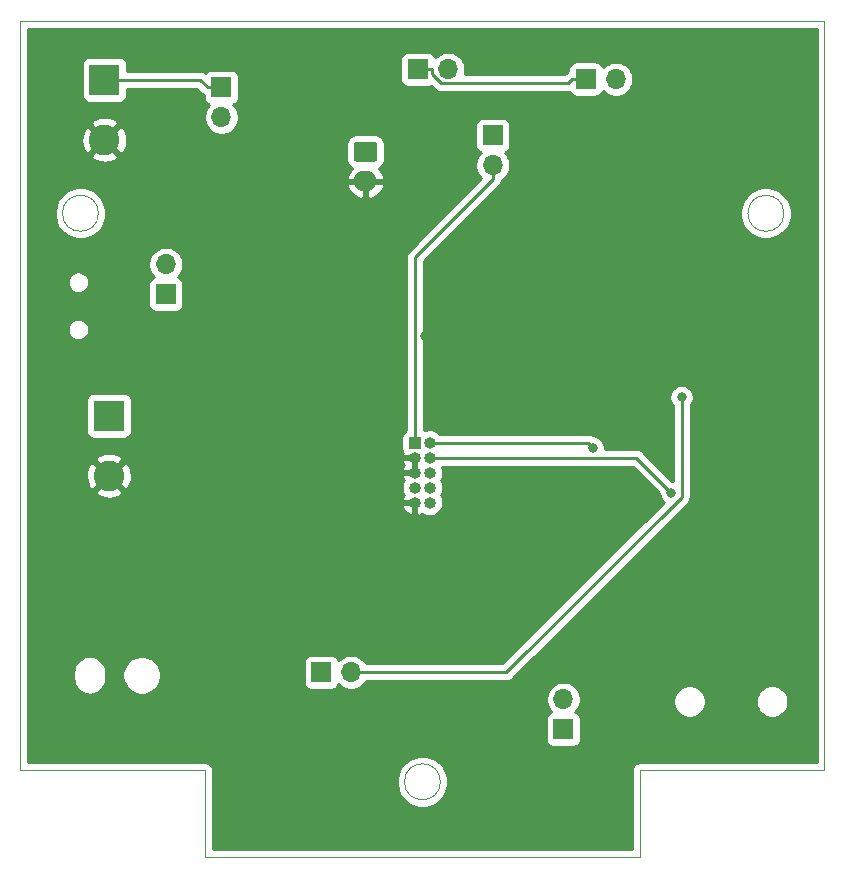
<source format=gbr>
%TF.GenerationSoftware,KiCad,Pcbnew,(5.1.8)-1*%
%TF.CreationDate,2021-05-25T14:35:32+05:30*%
%TF.ProjectId,ATM90_WLR_BOARD,41544d39-305f-4574-9c52-5f424f415244,rev?*%
%TF.SameCoordinates,Original*%
%TF.FileFunction,Copper,L2,Bot*%
%TF.FilePolarity,Positive*%
%FSLAX46Y46*%
G04 Gerber Fmt 4.6, Leading zero omitted, Abs format (unit mm)*
G04 Created by KiCad (PCBNEW (5.1.8)-1) date 2021-05-25 14:35:32*
%MOMM*%
%LPD*%
G01*
G04 APERTURE LIST*
%TA.AperFunction,Profile*%
%ADD10C,0.050000*%
%TD*%
%TA.AperFunction,ComponentPad*%
%ADD11O,2.000000X1.700000*%
%TD*%
%TA.AperFunction,ComponentPad*%
%ADD12C,2.600000*%
%TD*%
%TA.AperFunction,ComponentPad*%
%ADD13R,2.600000X2.600000*%
%TD*%
%TA.AperFunction,ComponentPad*%
%ADD14R,1.700000X1.700000*%
%TD*%
%TA.AperFunction,ComponentPad*%
%ADD15O,1.700000X1.700000*%
%TD*%
%TA.AperFunction,ComponentPad*%
%ADD16O,1.000000X1.000000*%
%TD*%
%TA.AperFunction,ComponentPad*%
%ADD17R,1.000000X1.000000*%
%TD*%
%TA.AperFunction,ViaPad*%
%ADD18C,0.800000*%
%TD*%
%TA.AperFunction,Conductor*%
%ADD19C,0.250000*%
%TD*%
%TA.AperFunction,Conductor*%
%ADD20C,0.254000*%
%TD*%
%TA.AperFunction,Conductor*%
%ADD21C,0.100000*%
%TD*%
G04 APERTURE END LIST*
D10*
X80391000Y-135890000D02*
X80391000Y-72517000D01*
X148463000Y-72517000D02*
X148463000Y-135890000D01*
X148463000Y-72517000D02*
X80391000Y-72517000D01*
X132842000Y-135890000D02*
X148463000Y-135890000D01*
X132842000Y-143256000D02*
X132842000Y-135890000D01*
X96012000Y-135890000D02*
X96012000Y-143256000D01*
X80391000Y-135890000D02*
X96012000Y-135890000D01*
X96012000Y-143256000D02*
X132842000Y-143256000D01*
X115951000Y-136906000D02*
G75*
G03*
X115951000Y-136906000I-1524000J0D01*
G01*
X145034000Y-88773000D02*
G75*
G03*
X145034000Y-88773000I-1524000J0D01*
G01*
X86995000Y-88773000D02*
G75*
G03*
X86995000Y-88773000I-1524000J0D01*
G01*
%TO.P,BT1,1*%
%TO.N,Net-(BT1-Pad1)*%
%TA.AperFunction,ComponentPad*%
G36*
G01*
X108851000Y-82716000D02*
X110351000Y-82716000D01*
G75*
G02*
X110601000Y-82966000I0J-250000D01*
G01*
X110601000Y-84166000D01*
G75*
G02*
X110351000Y-84416000I-250000J0D01*
G01*
X108851000Y-84416000D01*
G75*
G02*
X108601000Y-84166000I0J250000D01*
G01*
X108601000Y-82966000D01*
G75*
G02*
X108851000Y-82716000I250000J0D01*
G01*
G37*
%TD.AperFunction*%
D11*
%TO.P,BT1,2*%
%TO.N,GND*%
X109601000Y-86066000D03*
%TD*%
D12*
%TO.P,J3,2*%
%TO.N,GND*%
X87884000Y-110998000D03*
D13*
%TO.P,J3,1*%
%TO.N,Net-(J3-Pad1)*%
X87884000Y-105918000D03*
%TD*%
D14*
%TO.P,J4,1*%
%TO.N,/CT*%
X126365000Y-132461000D03*
D15*
%TO.P,J4,2*%
%TO.N,CT_IN*%
X126365000Y-129921000D03*
%TD*%
%TO.P,J5,2*%
%TO.N,VT_IN*%
X108395000Y-127635000D03*
D14*
%TO.P,J5,1*%
%TO.N,/VT*%
X105855000Y-127635000D03*
%TD*%
%TO.P,J7,1*%
%TO.N,/WLR0809/USB*%
X92710000Y-95631000D03*
D15*
%TO.P,J7,2*%
%TO.N,+5V*%
X92710000Y-93091000D03*
%TD*%
D13*
%TO.P,J8,1*%
%TO.N,/WLR0809/PANEL*%
X87503000Y-77470000D03*
D12*
%TO.P,J8,2*%
%TO.N,GND*%
X87503000Y-82550000D03*
%TD*%
D15*
%TO.P,J9,2*%
%TO.N,+5V*%
X97409000Y-80645000D03*
D14*
%TO.P,J9,1*%
%TO.N,/WLR0809/PANEL*%
X97409000Y-78105000D03*
%TD*%
%TO.P,J10,1*%
%TO.N,/WLR0809/3.3*%
X120396000Y-82169000D03*
D15*
%TO.P,J10,2*%
%TO.N,+3V3*%
X120396000Y-84709000D03*
%TD*%
D14*
%TO.P,J11,1*%
%TO.N,/WLR0809/VOUT*%
X128270000Y-77406500D03*
D15*
%TO.P,J11,2*%
%TO.N,/WLR0809/V1*%
X130810000Y-77406500D03*
%TD*%
%TO.P,J12,2*%
%TO.N,/WLR0809/V2*%
X116586000Y-76581000D03*
D14*
%TO.P,J12,1*%
%TO.N,/WLR0809/VOUT*%
X114046000Y-76581000D03*
%TD*%
D16*
%TO.P,J13,10*%
%TO.N,RESET*%
X115062000Y-113284000D03*
%TO.P,J13,9*%
%TO.N,GND*%
X113792000Y-113284000D03*
%TO.P,J13,8*%
%TO.N,N/C*%
X115062000Y-112014000D03*
%TO.P,J13,7*%
X113792000Y-112014000D03*
%TO.P,J13,6*%
X115062000Y-110744000D03*
%TO.P,J13,5*%
%TO.N,GND*%
X113792000Y-110744000D03*
%TO.P,J13,4*%
%TO.N,SWDCLK*%
X115062000Y-109474000D03*
%TO.P,J13,3*%
%TO.N,GND*%
X113792000Y-109474000D03*
%TO.P,J13,2*%
%TO.N,SWDIO*%
X115062000Y-108204000D03*
D17*
%TO.P,J13,1*%
%TO.N,+3V3*%
X113792000Y-108204000D03*
%TD*%
D18*
%TO.N,GND*%
X131355600Y-102039400D03*
X127580400Y-137999400D03*
X128962400Y-103975000D03*
X120358200Y-99703100D03*
X105742300Y-84940000D03*
X104140000Y-93515300D03*
X128847000Y-112577700D03*
X102122000Y-81353900D03*
X144789500Y-82813500D03*
X141746000Y-98772700D03*
X140084700Y-118756900D03*
X138208500Y-80765700D03*
X96216500Y-111608800D03*
X124855000Y-94096000D03*
X100838000Y-92717000D03*
X107428000Y-136813000D03*
X123544500Y-137803200D03*
X114681000Y-99135800D03*
X137550000Y-76996900D03*
X100022000Y-138019800D03*
X96765000Y-86659300D03*
X142690400Y-110963300D03*
X142720300Y-102675000D03*
X140169500Y-106198500D03*
%TO.N,VT_IN*%
X136372900Y-104335000D03*
%TO.N,SWDIO*%
X128837400Y-108617500D03*
%TO.N,SWDCLK*%
X135506600Y-112438300D03*
%TD*%
D19*
%TO.N,/WLR0809/VOUT*%
X114046000Y-76581000D02*
X115221300Y-76581000D01*
X128270000Y-77406500D02*
X127094700Y-77406500D01*
X127094700Y-77406500D02*
X126744900Y-77756300D01*
X126744900Y-77756300D02*
X116029200Y-77756300D01*
X116029200Y-77756300D02*
X115221300Y-76948400D01*
X115221300Y-76948400D02*
X115221300Y-76581000D01*
D20*
%TO.N,+3V3*%
X120396000Y-84709000D02*
X120396000Y-85886300D01*
X120396000Y-85886300D02*
X113792000Y-92490300D01*
X113792000Y-92490300D02*
X113792000Y-108204000D01*
D19*
%TO.N,VT_IN*%
X108395000Y-127635000D02*
X121522100Y-127635000D01*
X121522100Y-127635000D02*
X136372900Y-112784200D01*
X136372900Y-112784200D02*
X136372900Y-104335000D01*
%TO.N,SWDIO*%
X115062000Y-108204000D02*
X128423900Y-108204000D01*
X128423900Y-108204000D02*
X128837400Y-108617500D01*
%TO.N,SWDCLK*%
X115062000Y-109474000D02*
X132542300Y-109474000D01*
X132542300Y-109474000D02*
X135506600Y-112438300D01*
%TO.N,/WLR0809/PANEL*%
X97409000Y-78105000D02*
X96233700Y-78105000D01*
X87503000Y-77470000D02*
X95598700Y-77470000D01*
X95598700Y-77470000D02*
X96233700Y-78105000D01*
%TD*%
D20*
%TO.N,GND*%
X147803001Y-135230000D02*
X132874419Y-135230000D01*
X132842000Y-135226807D01*
X132809581Y-135230000D01*
X132712617Y-135239550D01*
X132588207Y-135277290D01*
X132473550Y-135338575D01*
X132373052Y-135421052D01*
X132290575Y-135521550D01*
X132229290Y-135636207D01*
X132191550Y-135760617D01*
X132178807Y-135890000D01*
X132182001Y-135922429D01*
X132182000Y-142596000D01*
X96672000Y-142596000D01*
X96672000Y-136689970D01*
X112233613Y-136689970D01*
X112233613Y-137122030D01*
X112317904Y-137545787D01*
X112483246Y-137944958D01*
X112723285Y-138304203D01*
X113028797Y-138609715D01*
X113388042Y-138849754D01*
X113787213Y-139015096D01*
X114210970Y-139099387D01*
X114643030Y-139099387D01*
X115066787Y-139015096D01*
X115465958Y-138849754D01*
X115825203Y-138609715D01*
X116130715Y-138304203D01*
X116370754Y-137944958D01*
X116536096Y-137545787D01*
X116620387Y-137122030D01*
X116620387Y-136689970D01*
X116536096Y-136266213D01*
X116370754Y-135867042D01*
X116130715Y-135507797D01*
X115825203Y-135202285D01*
X115465958Y-134962246D01*
X115066787Y-134796904D01*
X114643030Y-134712613D01*
X114210970Y-134712613D01*
X113787213Y-134796904D01*
X113388042Y-134962246D01*
X113028797Y-135202285D01*
X112723285Y-135507797D01*
X112483246Y-135867042D01*
X112317904Y-136266213D01*
X112233613Y-136689970D01*
X96672000Y-136689970D01*
X96672000Y-135922418D01*
X96675193Y-135890000D01*
X96662450Y-135760617D01*
X96624710Y-135636207D01*
X96563425Y-135521550D01*
X96480948Y-135421052D01*
X96380450Y-135338575D01*
X96265793Y-135277290D01*
X96141383Y-135239550D01*
X96044419Y-135230000D01*
X96012000Y-135226807D01*
X95979581Y-135230000D01*
X81051000Y-135230000D01*
X81051000Y-131611000D01*
X124876928Y-131611000D01*
X124876928Y-133311000D01*
X124889188Y-133435482D01*
X124925498Y-133555180D01*
X124984463Y-133665494D01*
X125063815Y-133762185D01*
X125160506Y-133841537D01*
X125270820Y-133900502D01*
X125390518Y-133936812D01*
X125515000Y-133949072D01*
X127215000Y-133949072D01*
X127339482Y-133936812D01*
X127459180Y-133900502D01*
X127569494Y-133841537D01*
X127666185Y-133762185D01*
X127745537Y-133665494D01*
X127804502Y-133555180D01*
X127840812Y-133435482D01*
X127853072Y-133311000D01*
X127853072Y-131611000D01*
X127840812Y-131486518D01*
X127804502Y-131366820D01*
X127745537Y-131256506D01*
X127666185Y-131159815D01*
X127569494Y-131080463D01*
X127459180Y-131021498D01*
X127386620Y-130999487D01*
X127518475Y-130867632D01*
X127680990Y-130624411D01*
X127792932Y-130354158D01*
X127850000Y-130067260D01*
X127850000Y-129974589D01*
X135646000Y-129974589D01*
X135646000Y-130247411D01*
X135699225Y-130514989D01*
X135803629Y-130767043D01*
X135955201Y-130993886D01*
X136148114Y-131186799D01*
X136374957Y-131338371D01*
X136627011Y-131442775D01*
X136894589Y-131496000D01*
X137167411Y-131496000D01*
X137434989Y-131442775D01*
X137687043Y-131338371D01*
X137913886Y-131186799D01*
X138106799Y-130993886D01*
X138258371Y-130767043D01*
X138362775Y-130514989D01*
X138416000Y-130247411D01*
X138416000Y-129974589D01*
X142646000Y-129974589D01*
X142646000Y-130247411D01*
X142699225Y-130514989D01*
X142803629Y-130767043D01*
X142955201Y-130993886D01*
X143148114Y-131186799D01*
X143374957Y-131338371D01*
X143627011Y-131442775D01*
X143894589Y-131496000D01*
X144167411Y-131496000D01*
X144434989Y-131442775D01*
X144687043Y-131338371D01*
X144913886Y-131186799D01*
X145106799Y-130993886D01*
X145258371Y-130767043D01*
X145362775Y-130514989D01*
X145416000Y-130247411D01*
X145416000Y-129974589D01*
X145362775Y-129707011D01*
X145258371Y-129454957D01*
X145106799Y-129228114D01*
X144913886Y-129035201D01*
X144687043Y-128883629D01*
X144434989Y-128779225D01*
X144167411Y-128726000D01*
X143894589Y-128726000D01*
X143627011Y-128779225D01*
X143374957Y-128883629D01*
X143148114Y-129035201D01*
X142955201Y-129228114D01*
X142803629Y-129454957D01*
X142699225Y-129707011D01*
X142646000Y-129974589D01*
X138416000Y-129974589D01*
X138362775Y-129707011D01*
X138258371Y-129454957D01*
X138106799Y-129228114D01*
X137913886Y-129035201D01*
X137687043Y-128883629D01*
X137434989Y-128779225D01*
X137167411Y-128726000D01*
X136894589Y-128726000D01*
X136627011Y-128779225D01*
X136374957Y-128883629D01*
X136148114Y-129035201D01*
X135955201Y-129228114D01*
X135803629Y-129454957D01*
X135699225Y-129707011D01*
X135646000Y-129974589D01*
X127850000Y-129974589D01*
X127850000Y-129774740D01*
X127792932Y-129487842D01*
X127680990Y-129217589D01*
X127518475Y-128974368D01*
X127311632Y-128767525D01*
X127068411Y-128605010D01*
X126798158Y-128493068D01*
X126511260Y-128436000D01*
X126218740Y-128436000D01*
X125931842Y-128493068D01*
X125661589Y-128605010D01*
X125418368Y-128767525D01*
X125211525Y-128974368D01*
X125049010Y-129217589D01*
X124937068Y-129487842D01*
X124880000Y-129774740D01*
X124880000Y-130067260D01*
X124937068Y-130354158D01*
X125049010Y-130624411D01*
X125211525Y-130867632D01*
X125343380Y-130999487D01*
X125270820Y-131021498D01*
X125160506Y-131080463D01*
X125063815Y-131159815D01*
X124984463Y-131256506D01*
X124925498Y-131366820D01*
X124889188Y-131486518D01*
X124876928Y-131611000D01*
X81051000Y-131611000D01*
X81051000Y-127570964D01*
X84869000Y-127570964D01*
X84869000Y-128207037D01*
X84889040Y-128410507D01*
X84968236Y-128671581D01*
X85096843Y-128912188D01*
X85269920Y-129123081D01*
X85480813Y-129296157D01*
X85721420Y-129424764D01*
X85982494Y-129503960D01*
X86254000Y-129530701D01*
X86525507Y-129503960D01*
X86786581Y-129424764D01*
X87027188Y-129296157D01*
X87238081Y-129123081D01*
X87411157Y-128912188D01*
X87539764Y-128671580D01*
X87618960Y-128410506D01*
X87639000Y-128207036D01*
X87639000Y-127727967D01*
X89019000Y-127727967D01*
X89019000Y-128050033D01*
X89081832Y-128365912D01*
X89205082Y-128663463D01*
X89384013Y-128931252D01*
X89611748Y-129158987D01*
X89879537Y-129337918D01*
X90177088Y-129461168D01*
X90492967Y-129524000D01*
X90815033Y-129524000D01*
X91130912Y-129461168D01*
X91428463Y-129337918D01*
X91696252Y-129158987D01*
X91923987Y-128931252D01*
X92102918Y-128663463D01*
X92226168Y-128365912D01*
X92289000Y-128050033D01*
X92289000Y-127727967D01*
X92226168Y-127412088D01*
X92102918Y-127114537D01*
X91923987Y-126846748D01*
X91862239Y-126785000D01*
X104366928Y-126785000D01*
X104366928Y-128485000D01*
X104379188Y-128609482D01*
X104415498Y-128729180D01*
X104474463Y-128839494D01*
X104553815Y-128936185D01*
X104650506Y-129015537D01*
X104760820Y-129074502D01*
X104880518Y-129110812D01*
X105005000Y-129123072D01*
X106705000Y-129123072D01*
X106829482Y-129110812D01*
X106949180Y-129074502D01*
X107059494Y-129015537D01*
X107156185Y-128936185D01*
X107235537Y-128839494D01*
X107294502Y-128729180D01*
X107316513Y-128656620D01*
X107448368Y-128788475D01*
X107691589Y-128950990D01*
X107961842Y-129062932D01*
X108248740Y-129120000D01*
X108541260Y-129120000D01*
X108828158Y-129062932D01*
X109098411Y-128950990D01*
X109341632Y-128788475D01*
X109548475Y-128581632D01*
X109673178Y-128395000D01*
X121484778Y-128395000D01*
X121522100Y-128398676D01*
X121559422Y-128395000D01*
X121559433Y-128395000D01*
X121671086Y-128384003D01*
X121814347Y-128340546D01*
X121946376Y-128269974D01*
X122062101Y-128175001D01*
X122085904Y-128145997D01*
X136883904Y-113347998D01*
X136912901Y-113324201D01*
X137007874Y-113208476D01*
X137078446Y-113076447D01*
X137121903Y-112933186D01*
X137132900Y-112821533D01*
X137132900Y-112821525D01*
X137136576Y-112784200D01*
X137132900Y-112746875D01*
X137132900Y-105038711D01*
X137176837Y-104994774D01*
X137290105Y-104825256D01*
X137368126Y-104636898D01*
X137407900Y-104436939D01*
X137407900Y-104233061D01*
X137368126Y-104033102D01*
X137290105Y-103844744D01*
X137176837Y-103675226D01*
X137032674Y-103531063D01*
X136863156Y-103417795D01*
X136674798Y-103339774D01*
X136474839Y-103300000D01*
X136270961Y-103300000D01*
X136071002Y-103339774D01*
X135882644Y-103417795D01*
X135713126Y-103531063D01*
X135568963Y-103675226D01*
X135455695Y-103844744D01*
X135377674Y-104033102D01*
X135337900Y-104233061D01*
X135337900Y-104436939D01*
X135377674Y-104636898D01*
X135455695Y-104825256D01*
X135568963Y-104994774D01*
X135612901Y-105038712D01*
X135612900Y-111404167D01*
X135608539Y-111403300D01*
X135546402Y-111403300D01*
X133106104Y-108963003D01*
X133082301Y-108933999D01*
X132966576Y-108839026D01*
X132834547Y-108768454D01*
X132691286Y-108724997D01*
X132579633Y-108714000D01*
X132579622Y-108714000D01*
X132542300Y-108710324D01*
X132504978Y-108714000D01*
X129872400Y-108714000D01*
X129872400Y-108515561D01*
X129832626Y-108315602D01*
X129754605Y-108127244D01*
X129641337Y-107957726D01*
X129497174Y-107813563D01*
X129327656Y-107700295D01*
X129139298Y-107622274D01*
X128939339Y-107582500D01*
X128864594Y-107582500D01*
X128848176Y-107569026D01*
X128716147Y-107498454D01*
X128572886Y-107454997D01*
X128461233Y-107444000D01*
X128461222Y-107444000D01*
X128423900Y-107440324D01*
X128386578Y-107444000D01*
X115907132Y-107444000D01*
X115785520Y-107322388D01*
X115599624Y-107198176D01*
X115393067Y-107112617D01*
X115173788Y-107069000D01*
X114950212Y-107069000D01*
X114730933Y-107112617D01*
X114619226Y-107158888D01*
X114554000Y-107124023D01*
X114554000Y-92805930D01*
X118802960Y-88556970D01*
X141316613Y-88556970D01*
X141316613Y-88989030D01*
X141400904Y-89412787D01*
X141566246Y-89811958D01*
X141806285Y-90171203D01*
X142111797Y-90476715D01*
X142471042Y-90716754D01*
X142870213Y-90882096D01*
X143293970Y-90966387D01*
X143726030Y-90966387D01*
X144149787Y-90882096D01*
X144548958Y-90716754D01*
X144908203Y-90476715D01*
X145213715Y-90171203D01*
X145453754Y-89811958D01*
X145619096Y-89412787D01*
X145703387Y-88989030D01*
X145703387Y-88556970D01*
X145619096Y-88133213D01*
X145453754Y-87734042D01*
X145213715Y-87374797D01*
X144908203Y-87069285D01*
X144548958Y-86829246D01*
X144149787Y-86663904D01*
X143726030Y-86579613D01*
X143293970Y-86579613D01*
X142870213Y-86663904D01*
X142471042Y-86829246D01*
X142111797Y-87069285D01*
X141806285Y-87374797D01*
X141566246Y-87734042D01*
X141400904Y-88133213D01*
X141316613Y-88556970D01*
X118802960Y-88556970D01*
X120908352Y-86451579D01*
X120937422Y-86427722D01*
X121032645Y-86311692D01*
X121103402Y-86179315D01*
X121146974Y-86035678D01*
X121151451Y-85990218D01*
X121342632Y-85862475D01*
X121549475Y-85655632D01*
X121711990Y-85412411D01*
X121823932Y-85142158D01*
X121881000Y-84855260D01*
X121881000Y-84562740D01*
X121823932Y-84275842D01*
X121711990Y-84005589D01*
X121549475Y-83762368D01*
X121417620Y-83630513D01*
X121490180Y-83608502D01*
X121600494Y-83549537D01*
X121697185Y-83470185D01*
X121776537Y-83373494D01*
X121835502Y-83263180D01*
X121871812Y-83143482D01*
X121884072Y-83019000D01*
X121884072Y-81319000D01*
X121871812Y-81194518D01*
X121835502Y-81074820D01*
X121776537Y-80964506D01*
X121697185Y-80867815D01*
X121600494Y-80788463D01*
X121490180Y-80729498D01*
X121370482Y-80693188D01*
X121246000Y-80680928D01*
X119546000Y-80680928D01*
X119421518Y-80693188D01*
X119301820Y-80729498D01*
X119191506Y-80788463D01*
X119094815Y-80867815D01*
X119015463Y-80964506D01*
X118956498Y-81074820D01*
X118920188Y-81194518D01*
X118907928Y-81319000D01*
X118907928Y-83019000D01*
X118920188Y-83143482D01*
X118956498Y-83263180D01*
X119015463Y-83373494D01*
X119094815Y-83470185D01*
X119191506Y-83549537D01*
X119301820Y-83608502D01*
X119374380Y-83630513D01*
X119242525Y-83762368D01*
X119080010Y-84005589D01*
X118968068Y-84275842D01*
X118911000Y-84562740D01*
X118911000Y-84855260D01*
X118968068Y-85142158D01*
X119080010Y-85412411D01*
X119242525Y-85655632D01*
X119395781Y-85808888D01*
X113279654Y-91925016D01*
X113250578Y-91948878D01*
X113194983Y-92016622D01*
X113155355Y-92064908D01*
X113117535Y-92135665D01*
X113084598Y-92197286D01*
X113041026Y-92340923D01*
X113030000Y-92452874D01*
X113026314Y-92490300D01*
X113030000Y-92527723D01*
X113030001Y-107124023D01*
X112937506Y-107173463D01*
X112840815Y-107252815D01*
X112761463Y-107349506D01*
X112702498Y-107459820D01*
X112666188Y-107579518D01*
X112653928Y-107704000D01*
X112653928Y-108704000D01*
X112666188Y-108828482D01*
X112702498Y-108948180D01*
X112750070Y-109037180D01*
X112714554Y-109117136D01*
X112697881Y-109172126D01*
X112824046Y-109347000D01*
X113665000Y-109347000D01*
X113665000Y-109342072D01*
X113919000Y-109342072D01*
X113919000Y-109347000D01*
X113930026Y-109347000D01*
X113927000Y-109362212D01*
X113927000Y-109585788D01*
X113930026Y-109601000D01*
X113919000Y-109601000D01*
X113919000Y-110617000D01*
X113930026Y-110617000D01*
X113927000Y-110632212D01*
X113927000Y-110855788D01*
X113930026Y-110871000D01*
X113919000Y-110871000D01*
X113919000Y-110882026D01*
X113903788Y-110879000D01*
X113680212Y-110879000D01*
X113665000Y-110882026D01*
X113665000Y-110871000D01*
X112824046Y-110871000D01*
X112697881Y-111045874D01*
X112714554Y-111100864D01*
X112804877Y-111304206D01*
X112854353Y-111374342D01*
X112786176Y-111476376D01*
X112700617Y-111682933D01*
X112657000Y-111902212D01*
X112657000Y-112125788D01*
X112700617Y-112345067D01*
X112786176Y-112551624D01*
X112854353Y-112653658D01*
X112804877Y-112723794D01*
X112714554Y-112927136D01*
X112697881Y-112982126D01*
X112824046Y-113157000D01*
X113665000Y-113157000D01*
X113665000Y-113145974D01*
X113680212Y-113149000D01*
X113903788Y-113149000D01*
X113919000Y-113145974D01*
X113919000Y-113157000D01*
X113930026Y-113157000D01*
X113927000Y-113172212D01*
X113927000Y-113395788D01*
X113930026Y-113411000D01*
X113919000Y-113411000D01*
X113919000Y-114253129D01*
X114093876Y-114378126D01*
X114301529Y-114298210D01*
X114422488Y-114221744D01*
X114524376Y-114289824D01*
X114730933Y-114375383D01*
X114950212Y-114419000D01*
X115173788Y-114419000D01*
X115393067Y-114375383D01*
X115599624Y-114289824D01*
X115785520Y-114165612D01*
X115943612Y-114007520D01*
X116067824Y-113821624D01*
X116153383Y-113615067D01*
X116197000Y-113395788D01*
X116197000Y-113172212D01*
X116153383Y-112952933D01*
X116067824Y-112746376D01*
X116002759Y-112649000D01*
X116067824Y-112551624D01*
X116153383Y-112345067D01*
X116197000Y-112125788D01*
X116197000Y-111902212D01*
X116153383Y-111682933D01*
X116067824Y-111476376D01*
X116002759Y-111379000D01*
X116067824Y-111281624D01*
X116153383Y-111075067D01*
X116197000Y-110855788D01*
X116197000Y-110632212D01*
X116153383Y-110412933D01*
X116079266Y-110234000D01*
X132227499Y-110234000D01*
X134471600Y-112478102D01*
X134471600Y-112540239D01*
X134511374Y-112740198D01*
X134589395Y-112928556D01*
X134702663Y-113098074D01*
X134843444Y-113238855D01*
X121207299Y-126875000D01*
X109673178Y-126875000D01*
X109548475Y-126688368D01*
X109341632Y-126481525D01*
X109098411Y-126319010D01*
X108828158Y-126207068D01*
X108541260Y-126150000D01*
X108248740Y-126150000D01*
X107961842Y-126207068D01*
X107691589Y-126319010D01*
X107448368Y-126481525D01*
X107316513Y-126613380D01*
X107294502Y-126540820D01*
X107235537Y-126430506D01*
X107156185Y-126333815D01*
X107059494Y-126254463D01*
X106949180Y-126195498D01*
X106829482Y-126159188D01*
X106705000Y-126146928D01*
X105005000Y-126146928D01*
X104880518Y-126159188D01*
X104760820Y-126195498D01*
X104650506Y-126254463D01*
X104553815Y-126333815D01*
X104474463Y-126430506D01*
X104415498Y-126540820D01*
X104379188Y-126660518D01*
X104366928Y-126785000D01*
X91862239Y-126785000D01*
X91696252Y-126619013D01*
X91428463Y-126440082D01*
X91130912Y-126316832D01*
X90815033Y-126254000D01*
X90492967Y-126254000D01*
X90177088Y-126316832D01*
X89879537Y-126440082D01*
X89611748Y-126619013D01*
X89384013Y-126846748D01*
X89205082Y-127114537D01*
X89081832Y-127412088D01*
X89019000Y-127727967D01*
X87639000Y-127727967D01*
X87639000Y-127570963D01*
X87618960Y-127367493D01*
X87539764Y-127106419D01*
X87411157Y-126865812D01*
X87238080Y-126654919D01*
X87027187Y-126481843D01*
X86786580Y-126353236D01*
X86525506Y-126274040D01*
X86254000Y-126247299D01*
X85982493Y-126274040D01*
X85721419Y-126353236D01*
X85480812Y-126481843D01*
X85269919Y-126654920D01*
X85096843Y-126865813D01*
X84968236Y-127106420D01*
X84889040Y-127367494D01*
X84869000Y-127570964D01*
X81051000Y-127570964D01*
X81051000Y-113585874D01*
X112697881Y-113585874D01*
X112714554Y-113640864D01*
X112804877Y-113844206D01*
X112933135Y-114026020D01*
X113094399Y-114179318D01*
X113282471Y-114298210D01*
X113490124Y-114378126D01*
X113665000Y-114253129D01*
X113665000Y-113411000D01*
X112824046Y-113411000D01*
X112697881Y-113585874D01*
X81051000Y-113585874D01*
X81051000Y-112347224D01*
X86714381Y-112347224D01*
X86846317Y-112642312D01*
X87187045Y-112813159D01*
X87554557Y-112914250D01*
X87934729Y-112941701D01*
X88312951Y-112894457D01*
X88674690Y-112774333D01*
X88921683Y-112642312D01*
X89053619Y-112347224D01*
X87884000Y-111177605D01*
X86714381Y-112347224D01*
X81051000Y-112347224D01*
X81051000Y-111048729D01*
X85940299Y-111048729D01*
X85987543Y-111426951D01*
X86107667Y-111788690D01*
X86239688Y-112035683D01*
X86534776Y-112167619D01*
X87704395Y-110998000D01*
X88063605Y-110998000D01*
X89233224Y-112167619D01*
X89528312Y-112035683D01*
X89699159Y-111694955D01*
X89800250Y-111327443D01*
X89827701Y-110947271D01*
X89780457Y-110569049D01*
X89660333Y-110207310D01*
X89528312Y-109960317D01*
X89233224Y-109828381D01*
X88063605Y-110998000D01*
X87704395Y-110998000D01*
X86534776Y-109828381D01*
X86239688Y-109960317D01*
X86068841Y-110301045D01*
X85967750Y-110668557D01*
X85940299Y-111048729D01*
X81051000Y-111048729D01*
X81051000Y-109648776D01*
X86714381Y-109648776D01*
X87884000Y-110818395D01*
X88926521Y-109775874D01*
X112697881Y-109775874D01*
X112714554Y-109830864D01*
X112804877Y-110034206D01*
X112857639Y-110109000D01*
X112804877Y-110183794D01*
X112714554Y-110387136D01*
X112697881Y-110442126D01*
X112824046Y-110617000D01*
X113665000Y-110617000D01*
X113665000Y-109601000D01*
X112824046Y-109601000D01*
X112697881Y-109775874D01*
X88926521Y-109775874D01*
X89053619Y-109648776D01*
X88921683Y-109353688D01*
X88580955Y-109182841D01*
X88213443Y-109081750D01*
X87833271Y-109054299D01*
X87455049Y-109101543D01*
X87093310Y-109221667D01*
X86846317Y-109353688D01*
X86714381Y-109648776D01*
X81051000Y-109648776D01*
X81051000Y-104618000D01*
X85945928Y-104618000D01*
X85945928Y-107218000D01*
X85958188Y-107342482D01*
X85994498Y-107462180D01*
X86053463Y-107572494D01*
X86132815Y-107669185D01*
X86229506Y-107748537D01*
X86339820Y-107807502D01*
X86459518Y-107843812D01*
X86584000Y-107856072D01*
X89184000Y-107856072D01*
X89308482Y-107843812D01*
X89428180Y-107807502D01*
X89538494Y-107748537D01*
X89635185Y-107669185D01*
X89714537Y-107572494D01*
X89773502Y-107462180D01*
X89809812Y-107342482D01*
X89822072Y-107218000D01*
X89822072Y-104618000D01*
X89809812Y-104493518D01*
X89773502Y-104373820D01*
X89714537Y-104263506D01*
X89635185Y-104166815D01*
X89538494Y-104087463D01*
X89428180Y-104028498D01*
X89308482Y-103992188D01*
X89184000Y-103979928D01*
X86584000Y-103979928D01*
X86459518Y-103992188D01*
X86339820Y-104028498D01*
X86229506Y-104087463D01*
X86132815Y-104166815D01*
X86053463Y-104263506D01*
X85994498Y-104373820D01*
X85958188Y-104493518D01*
X85945928Y-104618000D01*
X81051000Y-104618000D01*
X81051000Y-98520373D01*
X84380000Y-98520373D01*
X84380000Y-98699627D01*
X84414971Y-98875437D01*
X84483569Y-99041047D01*
X84583157Y-99190091D01*
X84709909Y-99316843D01*
X84858953Y-99416431D01*
X85024563Y-99485029D01*
X85200373Y-99520000D01*
X85379627Y-99520000D01*
X85555437Y-99485029D01*
X85721047Y-99416431D01*
X85870091Y-99316843D01*
X85996843Y-99190091D01*
X86096431Y-99041047D01*
X86165029Y-98875437D01*
X86200000Y-98699627D01*
X86200000Y-98520373D01*
X86165029Y-98344563D01*
X86096431Y-98178953D01*
X85996843Y-98029909D01*
X85870091Y-97903157D01*
X85721047Y-97803569D01*
X85555437Y-97734971D01*
X85379627Y-97700000D01*
X85200373Y-97700000D01*
X85024563Y-97734971D01*
X84858953Y-97803569D01*
X84709909Y-97903157D01*
X84583157Y-98029909D01*
X84483569Y-98178953D01*
X84414971Y-98344563D01*
X84380000Y-98520373D01*
X81051000Y-98520373D01*
X81051000Y-94520373D01*
X84380000Y-94520373D01*
X84380000Y-94699627D01*
X84414971Y-94875437D01*
X84483569Y-95041047D01*
X84583157Y-95190091D01*
X84709909Y-95316843D01*
X84858953Y-95416431D01*
X85024563Y-95485029D01*
X85200373Y-95520000D01*
X85379627Y-95520000D01*
X85555437Y-95485029D01*
X85721047Y-95416431D01*
X85870091Y-95316843D01*
X85996843Y-95190091D01*
X86096431Y-95041047D01*
X86165029Y-94875437D01*
X86183813Y-94781000D01*
X91221928Y-94781000D01*
X91221928Y-96481000D01*
X91234188Y-96605482D01*
X91270498Y-96725180D01*
X91329463Y-96835494D01*
X91408815Y-96932185D01*
X91505506Y-97011537D01*
X91615820Y-97070502D01*
X91735518Y-97106812D01*
X91860000Y-97119072D01*
X93560000Y-97119072D01*
X93684482Y-97106812D01*
X93804180Y-97070502D01*
X93914494Y-97011537D01*
X94011185Y-96932185D01*
X94090537Y-96835494D01*
X94149502Y-96725180D01*
X94185812Y-96605482D01*
X94198072Y-96481000D01*
X94198072Y-94781000D01*
X94185812Y-94656518D01*
X94149502Y-94536820D01*
X94090537Y-94426506D01*
X94011185Y-94329815D01*
X93914494Y-94250463D01*
X93804180Y-94191498D01*
X93731620Y-94169487D01*
X93863475Y-94037632D01*
X94025990Y-93794411D01*
X94137932Y-93524158D01*
X94195000Y-93237260D01*
X94195000Y-92944740D01*
X94137932Y-92657842D01*
X94025990Y-92387589D01*
X93863475Y-92144368D01*
X93656632Y-91937525D01*
X93413411Y-91775010D01*
X93143158Y-91663068D01*
X92856260Y-91606000D01*
X92563740Y-91606000D01*
X92276842Y-91663068D01*
X92006589Y-91775010D01*
X91763368Y-91937525D01*
X91556525Y-92144368D01*
X91394010Y-92387589D01*
X91282068Y-92657842D01*
X91225000Y-92944740D01*
X91225000Y-93237260D01*
X91282068Y-93524158D01*
X91394010Y-93794411D01*
X91556525Y-94037632D01*
X91688380Y-94169487D01*
X91615820Y-94191498D01*
X91505506Y-94250463D01*
X91408815Y-94329815D01*
X91329463Y-94426506D01*
X91270498Y-94536820D01*
X91234188Y-94656518D01*
X91221928Y-94781000D01*
X86183813Y-94781000D01*
X86200000Y-94699627D01*
X86200000Y-94520373D01*
X86165029Y-94344563D01*
X86096431Y-94178953D01*
X85996843Y-94029909D01*
X85870091Y-93903157D01*
X85721047Y-93803569D01*
X85555437Y-93734971D01*
X85379627Y-93700000D01*
X85200373Y-93700000D01*
X85024563Y-93734971D01*
X84858953Y-93803569D01*
X84709909Y-93903157D01*
X84583157Y-94029909D01*
X84483569Y-94178953D01*
X84414971Y-94344563D01*
X84380000Y-94520373D01*
X81051000Y-94520373D01*
X81051000Y-88556970D01*
X83277613Y-88556970D01*
X83277613Y-88989030D01*
X83361904Y-89412787D01*
X83527246Y-89811958D01*
X83767285Y-90171203D01*
X84072797Y-90476715D01*
X84432042Y-90716754D01*
X84831213Y-90882096D01*
X85254970Y-90966387D01*
X85687030Y-90966387D01*
X86110787Y-90882096D01*
X86509958Y-90716754D01*
X86869203Y-90476715D01*
X87174715Y-90171203D01*
X87414754Y-89811958D01*
X87580096Y-89412787D01*
X87664387Y-88989030D01*
X87664387Y-88556970D01*
X87580096Y-88133213D01*
X87414754Y-87734042D01*
X87174715Y-87374797D01*
X86869203Y-87069285D01*
X86509958Y-86829246D01*
X86110787Y-86663904D01*
X85687030Y-86579613D01*
X85254970Y-86579613D01*
X84831213Y-86663904D01*
X84432042Y-86829246D01*
X84072797Y-87069285D01*
X83767285Y-87374797D01*
X83527246Y-87734042D01*
X83361904Y-88133213D01*
X83277613Y-88556970D01*
X81051000Y-88556970D01*
X81051000Y-86422890D01*
X108009524Y-86422890D01*
X108011446Y-86435261D01*
X108111146Y-86709009D01*
X108262336Y-86958046D01*
X108459205Y-87172802D01*
X108694188Y-87345025D01*
X108958255Y-87468096D01*
X109241258Y-87537285D01*
X109474000Y-87393232D01*
X109474000Y-86193000D01*
X109728000Y-86193000D01*
X109728000Y-87393232D01*
X109960742Y-87537285D01*
X110243745Y-87468096D01*
X110507812Y-87345025D01*
X110742795Y-87172802D01*
X110939664Y-86958046D01*
X111090854Y-86709009D01*
X111190554Y-86435261D01*
X111192476Y-86422890D01*
X111071155Y-86193000D01*
X109728000Y-86193000D01*
X109474000Y-86193000D01*
X108130845Y-86193000D01*
X108009524Y-86422890D01*
X81051000Y-86422890D01*
X81051000Y-83899224D01*
X86333381Y-83899224D01*
X86465317Y-84194312D01*
X86806045Y-84365159D01*
X87173557Y-84466250D01*
X87553729Y-84493701D01*
X87931951Y-84446457D01*
X88293690Y-84326333D01*
X88540683Y-84194312D01*
X88672619Y-83899224D01*
X87503000Y-82729605D01*
X86333381Y-83899224D01*
X81051000Y-83899224D01*
X81051000Y-82600729D01*
X85559299Y-82600729D01*
X85606543Y-82978951D01*
X85726667Y-83340690D01*
X85858688Y-83587683D01*
X86153776Y-83719619D01*
X87323395Y-82550000D01*
X87682605Y-82550000D01*
X88852224Y-83719619D01*
X89147312Y-83587683D01*
X89318159Y-83246955D01*
X89395440Y-82966000D01*
X107962928Y-82966000D01*
X107962928Y-84166000D01*
X107979992Y-84339254D01*
X108030528Y-84505850D01*
X108112595Y-84659386D01*
X108223038Y-84793962D01*
X108357614Y-84904405D01*
X108459593Y-84958914D01*
X108459205Y-84959198D01*
X108262336Y-85173954D01*
X108111146Y-85422991D01*
X108011446Y-85696739D01*
X108009524Y-85709110D01*
X108130845Y-85939000D01*
X109474000Y-85939000D01*
X109474000Y-85919000D01*
X109728000Y-85919000D01*
X109728000Y-85939000D01*
X111071155Y-85939000D01*
X111192476Y-85709110D01*
X111190554Y-85696739D01*
X111090854Y-85422991D01*
X110939664Y-85173954D01*
X110742795Y-84959198D01*
X110742407Y-84958914D01*
X110844386Y-84904405D01*
X110978962Y-84793962D01*
X111089405Y-84659386D01*
X111171472Y-84505850D01*
X111222008Y-84339254D01*
X111239072Y-84166000D01*
X111239072Y-82966000D01*
X111222008Y-82792746D01*
X111171472Y-82626150D01*
X111089405Y-82472614D01*
X110978962Y-82338038D01*
X110844386Y-82227595D01*
X110690850Y-82145528D01*
X110524254Y-82094992D01*
X110351000Y-82077928D01*
X108851000Y-82077928D01*
X108677746Y-82094992D01*
X108511150Y-82145528D01*
X108357614Y-82227595D01*
X108223038Y-82338038D01*
X108112595Y-82472614D01*
X108030528Y-82626150D01*
X107979992Y-82792746D01*
X107962928Y-82966000D01*
X89395440Y-82966000D01*
X89419250Y-82879443D01*
X89446701Y-82499271D01*
X89399457Y-82121049D01*
X89279333Y-81759310D01*
X89147312Y-81512317D01*
X88852224Y-81380381D01*
X87682605Y-82550000D01*
X87323395Y-82550000D01*
X86153776Y-81380381D01*
X85858688Y-81512317D01*
X85687841Y-81853045D01*
X85586750Y-82220557D01*
X85559299Y-82600729D01*
X81051000Y-82600729D01*
X81051000Y-81200776D01*
X86333381Y-81200776D01*
X87503000Y-82370395D01*
X88672619Y-81200776D01*
X88540683Y-80905688D01*
X88199955Y-80734841D01*
X87832443Y-80633750D01*
X87452271Y-80606299D01*
X87074049Y-80653543D01*
X86712310Y-80773667D01*
X86465317Y-80905688D01*
X86333381Y-81200776D01*
X81051000Y-81200776D01*
X81051000Y-76170000D01*
X85564928Y-76170000D01*
X85564928Y-78770000D01*
X85577188Y-78894482D01*
X85613498Y-79014180D01*
X85672463Y-79124494D01*
X85751815Y-79221185D01*
X85848506Y-79300537D01*
X85958820Y-79359502D01*
X86078518Y-79395812D01*
X86203000Y-79408072D01*
X88803000Y-79408072D01*
X88927482Y-79395812D01*
X89047180Y-79359502D01*
X89157494Y-79300537D01*
X89254185Y-79221185D01*
X89333537Y-79124494D01*
X89392502Y-79014180D01*
X89428812Y-78894482D01*
X89441072Y-78770000D01*
X89441072Y-78230000D01*
X95283899Y-78230000D01*
X95669900Y-78616002D01*
X95693699Y-78645001D01*
X95722697Y-78668799D01*
X95809424Y-78739974D01*
X95920928Y-78799575D01*
X95920928Y-78955000D01*
X95933188Y-79079482D01*
X95969498Y-79199180D01*
X96028463Y-79309494D01*
X96107815Y-79406185D01*
X96204506Y-79485537D01*
X96314820Y-79544502D01*
X96387380Y-79566513D01*
X96255525Y-79698368D01*
X96093010Y-79941589D01*
X95981068Y-80211842D01*
X95924000Y-80498740D01*
X95924000Y-80791260D01*
X95981068Y-81078158D01*
X96093010Y-81348411D01*
X96255525Y-81591632D01*
X96462368Y-81798475D01*
X96705589Y-81960990D01*
X96975842Y-82072932D01*
X97262740Y-82130000D01*
X97555260Y-82130000D01*
X97842158Y-82072932D01*
X98112411Y-81960990D01*
X98355632Y-81798475D01*
X98562475Y-81591632D01*
X98724990Y-81348411D01*
X98836932Y-81078158D01*
X98894000Y-80791260D01*
X98894000Y-80498740D01*
X98836932Y-80211842D01*
X98724990Y-79941589D01*
X98562475Y-79698368D01*
X98430620Y-79566513D01*
X98503180Y-79544502D01*
X98613494Y-79485537D01*
X98710185Y-79406185D01*
X98789537Y-79309494D01*
X98848502Y-79199180D01*
X98884812Y-79079482D01*
X98897072Y-78955000D01*
X98897072Y-77255000D01*
X98884812Y-77130518D01*
X98848502Y-77010820D01*
X98789537Y-76900506D01*
X98710185Y-76803815D01*
X98613494Y-76724463D01*
X98503180Y-76665498D01*
X98383482Y-76629188D01*
X98259000Y-76616928D01*
X96559000Y-76616928D01*
X96434518Y-76629188D01*
X96314820Y-76665498D01*
X96204506Y-76724463D01*
X96107815Y-76803815D01*
X96058366Y-76864069D01*
X96022976Y-76835026D01*
X95890947Y-76764454D01*
X95747686Y-76720997D01*
X95636033Y-76710000D01*
X95636022Y-76710000D01*
X95598700Y-76706324D01*
X95561378Y-76710000D01*
X89441072Y-76710000D01*
X89441072Y-76170000D01*
X89428812Y-76045518D01*
X89392502Y-75925820D01*
X89333537Y-75815506D01*
X89264185Y-75731000D01*
X112557928Y-75731000D01*
X112557928Y-77431000D01*
X112570188Y-77555482D01*
X112606498Y-77675180D01*
X112665463Y-77785494D01*
X112744815Y-77882185D01*
X112841506Y-77961537D01*
X112951820Y-78020502D01*
X113071518Y-78056812D01*
X113196000Y-78069072D01*
X114896000Y-78069072D01*
X115020482Y-78056812D01*
X115140180Y-78020502D01*
X115191284Y-77993186D01*
X115465401Y-78267302D01*
X115489199Y-78296301D01*
X115518197Y-78320099D01*
X115604923Y-78391274D01*
X115736953Y-78461846D01*
X115880214Y-78505303D01*
X115991867Y-78516300D01*
X115991876Y-78516300D01*
X116029199Y-78519976D01*
X116066522Y-78516300D01*
X126707578Y-78516300D01*
X126744900Y-78519976D01*
X126782222Y-78516300D01*
X126782233Y-78516300D01*
X126836016Y-78511003D01*
X126889463Y-78610994D01*
X126968815Y-78707685D01*
X127065506Y-78787037D01*
X127175820Y-78846002D01*
X127295518Y-78882312D01*
X127420000Y-78894572D01*
X129120000Y-78894572D01*
X129244482Y-78882312D01*
X129364180Y-78846002D01*
X129474494Y-78787037D01*
X129571185Y-78707685D01*
X129650537Y-78610994D01*
X129709502Y-78500680D01*
X129731513Y-78428120D01*
X129863368Y-78559975D01*
X130106589Y-78722490D01*
X130376842Y-78834432D01*
X130663740Y-78891500D01*
X130956260Y-78891500D01*
X131243158Y-78834432D01*
X131513411Y-78722490D01*
X131756632Y-78559975D01*
X131963475Y-78353132D01*
X132125990Y-78109911D01*
X132237932Y-77839658D01*
X132295000Y-77552760D01*
X132295000Y-77260240D01*
X132237932Y-76973342D01*
X132125990Y-76703089D01*
X131963475Y-76459868D01*
X131756632Y-76253025D01*
X131513411Y-76090510D01*
X131243158Y-75978568D01*
X130956260Y-75921500D01*
X130663740Y-75921500D01*
X130376842Y-75978568D01*
X130106589Y-76090510D01*
X129863368Y-76253025D01*
X129731513Y-76384880D01*
X129709502Y-76312320D01*
X129650537Y-76202006D01*
X129571185Y-76105315D01*
X129474494Y-76025963D01*
X129364180Y-75966998D01*
X129244482Y-75930688D01*
X129120000Y-75918428D01*
X127420000Y-75918428D01*
X127295518Y-75930688D01*
X127175820Y-75966998D01*
X127065506Y-76025963D01*
X126968815Y-76105315D01*
X126889463Y-76202006D01*
X126830498Y-76312320D01*
X126794188Y-76432018D01*
X126781928Y-76556500D01*
X126781928Y-76711925D01*
X126670424Y-76771526D01*
X126554699Y-76866499D01*
X126530896Y-76895503D01*
X126430099Y-76996300D01*
X118017484Y-76996300D01*
X118071000Y-76727260D01*
X118071000Y-76434740D01*
X118013932Y-76147842D01*
X117901990Y-75877589D01*
X117739475Y-75634368D01*
X117532632Y-75427525D01*
X117289411Y-75265010D01*
X117019158Y-75153068D01*
X116732260Y-75096000D01*
X116439740Y-75096000D01*
X116152842Y-75153068D01*
X115882589Y-75265010D01*
X115639368Y-75427525D01*
X115507513Y-75559380D01*
X115485502Y-75486820D01*
X115426537Y-75376506D01*
X115347185Y-75279815D01*
X115250494Y-75200463D01*
X115140180Y-75141498D01*
X115020482Y-75105188D01*
X114896000Y-75092928D01*
X113196000Y-75092928D01*
X113071518Y-75105188D01*
X112951820Y-75141498D01*
X112841506Y-75200463D01*
X112744815Y-75279815D01*
X112665463Y-75376506D01*
X112606498Y-75486820D01*
X112570188Y-75606518D01*
X112557928Y-75731000D01*
X89264185Y-75731000D01*
X89254185Y-75718815D01*
X89157494Y-75639463D01*
X89047180Y-75580498D01*
X88927482Y-75544188D01*
X88803000Y-75531928D01*
X86203000Y-75531928D01*
X86078518Y-75544188D01*
X85958820Y-75580498D01*
X85848506Y-75639463D01*
X85751815Y-75718815D01*
X85672463Y-75815506D01*
X85613498Y-75925820D01*
X85577188Y-76045518D01*
X85564928Y-76170000D01*
X81051000Y-76170000D01*
X81051000Y-73177000D01*
X147803000Y-73177000D01*
X147803001Y-135230000D01*
%TA.AperFunction,Conductor*%
D21*
G36*
X147803001Y-135230000D02*
G01*
X132874419Y-135230000D01*
X132842000Y-135226807D01*
X132809581Y-135230000D01*
X132712617Y-135239550D01*
X132588207Y-135277290D01*
X132473550Y-135338575D01*
X132373052Y-135421052D01*
X132290575Y-135521550D01*
X132229290Y-135636207D01*
X132191550Y-135760617D01*
X132178807Y-135890000D01*
X132182001Y-135922429D01*
X132182000Y-142596000D01*
X96672000Y-142596000D01*
X96672000Y-136689970D01*
X112233613Y-136689970D01*
X112233613Y-137122030D01*
X112317904Y-137545787D01*
X112483246Y-137944958D01*
X112723285Y-138304203D01*
X113028797Y-138609715D01*
X113388042Y-138849754D01*
X113787213Y-139015096D01*
X114210970Y-139099387D01*
X114643030Y-139099387D01*
X115066787Y-139015096D01*
X115465958Y-138849754D01*
X115825203Y-138609715D01*
X116130715Y-138304203D01*
X116370754Y-137944958D01*
X116536096Y-137545787D01*
X116620387Y-137122030D01*
X116620387Y-136689970D01*
X116536096Y-136266213D01*
X116370754Y-135867042D01*
X116130715Y-135507797D01*
X115825203Y-135202285D01*
X115465958Y-134962246D01*
X115066787Y-134796904D01*
X114643030Y-134712613D01*
X114210970Y-134712613D01*
X113787213Y-134796904D01*
X113388042Y-134962246D01*
X113028797Y-135202285D01*
X112723285Y-135507797D01*
X112483246Y-135867042D01*
X112317904Y-136266213D01*
X112233613Y-136689970D01*
X96672000Y-136689970D01*
X96672000Y-135922418D01*
X96675193Y-135890000D01*
X96662450Y-135760617D01*
X96624710Y-135636207D01*
X96563425Y-135521550D01*
X96480948Y-135421052D01*
X96380450Y-135338575D01*
X96265793Y-135277290D01*
X96141383Y-135239550D01*
X96044419Y-135230000D01*
X96012000Y-135226807D01*
X95979581Y-135230000D01*
X81051000Y-135230000D01*
X81051000Y-131611000D01*
X124876928Y-131611000D01*
X124876928Y-133311000D01*
X124889188Y-133435482D01*
X124925498Y-133555180D01*
X124984463Y-133665494D01*
X125063815Y-133762185D01*
X125160506Y-133841537D01*
X125270820Y-133900502D01*
X125390518Y-133936812D01*
X125515000Y-133949072D01*
X127215000Y-133949072D01*
X127339482Y-133936812D01*
X127459180Y-133900502D01*
X127569494Y-133841537D01*
X127666185Y-133762185D01*
X127745537Y-133665494D01*
X127804502Y-133555180D01*
X127840812Y-133435482D01*
X127853072Y-133311000D01*
X127853072Y-131611000D01*
X127840812Y-131486518D01*
X127804502Y-131366820D01*
X127745537Y-131256506D01*
X127666185Y-131159815D01*
X127569494Y-131080463D01*
X127459180Y-131021498D01*
X127386620Y-130999487D01*
X127518475Y-130867632D01*
X127680990Y-130624411D01*
X127792932Y-130354158D01*
X127850000Y-130067260D01*
X127850000Y-129974589D01*
X135646000Y-129974589D01*
X135646000Y-130247411D01*
X135699225Y-130514989D01*
X135803629Y-130767043D01*
X135955201Y-130993886D01*
X136148114Y-131186799D01*
X136374957Y-131338371D01*
X136627011Y-131442775D01*
X136894589Y-131496000D01*
X137167411Y-131496000D01*
X137434989Y-131442775D01*
X137687043Y-131338371D01*
X137913886Y-131186799D01*
X138106799Y-130993886D01*
X138258371Y-130767043D01*
X138362775Y-130514989D01*
X138416000Y-130247411D01*
X138416000Y-129974589D01*
X142646000Y-129974589D01*
X142646000Y-130247411D01*
X142699225Y-130514989D01*
X142803629Y-130767043D01*
X142955201Y-130993886D01*
X143148114Y-131186799D01*
X143374957Y-131338371D01*
X143627011Y-131442775D01*
X143894589Y-131496000D01*
X144167411Y-131496000D01*
X144434989Y-131442775D01*
X144687043Y-131338371D01*
X144913886Y-131186799D01*
X145106799Y-130993886D01*
X145258371Y-130767043D01*
X145362775Y-130514989D01*
X145416000Y-130247411D01*
X145416000Y-129974589D01*
X145362775Y-129707011D01*
X145258371Y-129454957D01*
X145106799Y-129228114D01*
X144913886Y-129035201D01*
X144687043Y-128883629D01*
X144434989Y-128779225D01*
X144167411Y-128726000D01*
X143894589Y-128726000D01*
X143627011Y-128779225D01*
X143374957Y-128883629D01*
X143148114Y-129035201D01*
X142955201Y-129228114D01*
X142803629Y-129454957D01*
X142699225Y-129707011D01*
X142646000Y-129974589D01*
X138416000Y-129974589D01*
X138362775Y-129707011D01*
X138258371Y-129454957D01*
X138106799Y-129228114D01*
X137913886Y-129035201D01*
X137687043Y-128883629D01*
X137434989Y-128779225D01*
X137167411Y-128726000D01*
X136894589Y-128726000D01*
X136627011Y-128779225D01*
X136374957Y-128883629D01*
X136148114Y-129035201D01*
X135955201Y-129228114D01*
X135803629Y-129454957D01*
X135699225Y-129707011D01*
X135646000Y-129974589D01*
X127850000Y-129974589D01*
X127850000Y-129774740D01*
X127792932Y-129487842D01*
X127680990Y-129217589D01*
X127518475Y-128974368D01*
X127311632Y-128767525D01*
X127068411Y-128605010D01*
X126798158Y-128493068D01*
X126511260Y-128436000D01*
X126218740Y-128436000D01*
X125931842Y-128493068D01*
X125661589Y-128605010D01*
X125418368Y-128767525D01*
X125211525Y-128974368D01*
X125049010Y-129217589D01*
X124937068Y-129487842D01*
X124880000Y-129774740D01*
X124880000Y-130067260D01*
X124937068Y-130354158D01*
X125049010Y-130624411D01*
X125211525Y-130867632D01*
X125343380Y-130999487D01*
X125270820Y-131021498D01*
X125160506Y-131080463D01*
X125063815Y-131159815D01*
X124984463Y-131256506D01*
X124925498Y-131366820D01*
X124889188Y-131486518D01*
X124876928Y-131611000D01*
X81051000Y-131611000D01*
X81051000Y-127570964D01*
X84869000Y-127570964D01*
X84869000Y-128207037D01*
X84889040Y-128410507D01*
X84968236Y-128671581D01*
X85096843Y-128912188D01*
X85269920Y-129123081D01*
X85480813Y-129296157D01*
X85721420Y-129424764D01*
X85982494Y-129503960D01*
X86254000Y-129530701D01*
X86525507Y-129503960D01*
X86786581Y-129424764D01*
X87027188Y-129296157D01*
X87238081Y-129123081D01*
X87411157Y-128912188D01*
X87539764Y-128671580D01*
X87618960Y-128410506D01*
X87639000Y-128207036D01*
X87639000Y-127727967D01*
X89019000Y-127727967D01*
X89019000Y-128050033D01*
X89081832Y-128365912D01*
X89205082Y-128663463D01*
X89384013Y-128931252D01*
X89611748Y-129158987D01*
X89879537Y-129337918D01*
X90177088Y-129461168D01*
X90492967Y-129524000D01*
X90815033Y-129524000D01*
X91130912Y-129461168D01*
X91428463Y-129337918D01*
X91696252Y-129158987D01*
X91923987Y-128931252D01*
X92102918Y-128663463D01*
X92226168Y-128365912D01*
X92289000Y-128050033D01*
X92289000Y-127727967D01*
X92226168Y-127412088D01*
X92102918Y-127114537D01*
X91923987Y-126846748D01*
X91862239Y-126785000D01*
X104366928Y-126785000D01*
X104366928Y-128485000D01*
X104379188Y-128609482D01*
X104415498Y-128729180D01*
X104474463Y-128839494D01*
X104553815Y-128936185D01*
X104650506Y-129015537D01*
X104760820Y-129074502D01*
X104880518Y-129110812D01*
X105005000Y-129123072D01*
X106705000Y-129123072D01*
X106829482Y-129110812D01*
X106949180Y-129074502D01*
X107059494Y-129015537D01*
X107156185Y-128936185D01*
X107235537Y-128839494D01*
X107294502Y-128729180D01*
X107316513Y-128656620D01*
X107448368Y-128788475D01*
X107691589Y-128950990D01*
X107961842Y-129062932D01*
X108248740Y-129120000D01*
X108541260Y-129120000D01*
X108828158Y-129062932D01*
X109098411Y-128950990D01*
X109341632Y-128788475D01*
X109548475Y-128581632D01*
X109673178Y-128395000D01*
X121484778Y-128395000D01*
X121522100Y-128398676D01*
X121559422Y-128395000D01*
X121559433Y-128395000D01*
X121671086Y-128384003D01*
X121814347Y-128340546D01*
X121946376Y-128269974D01*
X122062101Y-128175001D01*
X122085904Y-128145997D01*
X136883904Y-113347998D01*
X136912901Y-113324201D01*
X137007874Y-113208476D01*
X137078446Y-113076447D01*
X137121903Y-112933186D01*
X137132900Y-112821533D01*
X137132900Y-112821525D01*
X137136576Y-112784200D01*
X137132900Y-112746875D01*
X137132900Y-105038711D01*
X137176837Y-104994774D01*
X137290105Y-104825256D01*
X137368126Y-104636898D01*
X137407900Y-104436939D01*
X137407900Y-104233061D01*
X137368126Y-104033102D01*
X137290105Y-103844744D01*
X137176837Y-103675226D01*
X137032674Y-103531063D01*
X136863156Y-103417795D01*
X136674798Y-103339774D01*
X136474839Y-103300000D01*
X136270961Y-103300000D01*
X136071002Y-103339774D01*
X135882644Y-103417795D01*
X135713126Y-103531063D01*
X135568963Y-103675226D01*
X135455695Y-103844744D01*
X135377674Y-104033102D01*
X135337900Y-104233061D01*
X135337900Y-104436939D01*
X135377674Y-104636898D01*
X135455695Y-104825256D01*
X135568963Y-104994774D01*
X135612901Y-105038712D01*
X135612900Y-111404167D01*
X135608539Y-111403300D01*
X135546402Y-111403300D01*
X133106104Y-108963003D01*
X133082301Y-108933999D01*
X132966576Y-108839026D01*
X132834547Y-108768454D01*
X132691286Y-108724997D01*
X132579633Y-108714000D01*
X132579622Y-108714000D01*
X132542300Y-108710324D01*
X132504978Y-108714000D01*
X129872400Y-108714000D01*
X129872400Y-108515561D01*
X129832626Y-108315602D01*
X129754605Y-108127244D01*
X129641337Y-107957726D01*
X129497174Y-107813563D01*
X129327656Y-107700295D01*
X129139298Y-107622274D01*
X128939339Y-107582500D01*
X128864594Y-107582500D01*
X128848176Y-107569026D01*
X128716147Y-107498454D01*
X128572886Y-107454997D01*
X128461233Y-107444000D01*
X128461222Y-107444000D01*
X128423900Y-107440324D01*
X128386578Y-107444000D01*
X115907132Y-107444000D01*
X115785520Y-107322388D01*
X115599624Y-107198176D01*
X115393067Y-107112617D01*
X115173788Y-107069000D01*
X114950212Y-107069000D01*
X114730933Y-107112617D01*
X114619226Y-107158888D01*
X114554000Y-107124023D01*
X114554000Y-92805930D01*
X118802960Y-88556970D01*
X141316613Y-88556970D01*
X141316613Y-88989030D01*
X141400904Y-89412787D01*
X141566246Y-89811958D01*
X141806285Y-90171203D01*
X142111797Y-90476715D01*
X142471042Y-90716754D01*
X142870213Y-90882096D01*
X143293970Y-90966387D01*
X143726030Y-90966387D01*
X144149787Y-90882096D01*
X144548958Y-90716754D01*
X144908203Y-90476715D01*
X145213715Y-90171203D01*
X145453754Y-89811958D01*
X145619096Y-89412787D01*
X145703387Y-88989030D01*
X145703387Y-88556970D01*
X145619096Y-88133213D01*
X145453754Y-87734042D01*
X145213715Y-87374797D01*
X144908203Y-87069285D01*
X144548958Y-86829246D01*
X144149787Y-86663904D01*
X143726030Y-86579613D01*
X143293970Y-86579613D01*
X142870213Y-86663904D01*
X142471042Y-86829246D01*
X142111797Y-87069285D01*
X141806285Y-87374797D01*
X141566246Y-87734042D01*
X141400904Y-88133213D01*
X141316613Y-88556970D01*
X118802960Y-88556970D01*
X120908352Y-86451579D01*
X120937422Y-86427722D01*
X121032645Y-86311692D01*
X121103402Y-86179315D01*
X121146974Y-86035678D01*
X121151451Y-85990218D01*
X121342632Y-85862475D01*
X121549475Y-85655632D01*
X121711990Y-85412411D01*
X121823932Y-85142158D01*
X121881000Y-84855260D01*
X121881000Y-84562740D01*
X121823932Y-84275842D01*
X121711990Y-84005589D01*
X121549475Y-83762368D01*
X121417620Y-83630513D01*
X121490180Y-83608502D01*
X121600494Y-83549537D01*
X121697185Y-83470185D01*
X121776537Y-83373494D01*
X121835502Y-83263180D01*
X121871812Y-83143482D01*
X121884072Y-83019000D01*
X121884072Y-81319000D01*
X121871812Y-81194518D01*
X121835502Y-81074820D01*
X121776537Y-80964506D01*
X121697185Y-80867815D01*
X121600494Y-80788463D01*
X121490180Y-80729498D01*
X121370482Y-80693188D01*
X121246000Y-80680928D01*
X119546000Y-80680928D01*
X119421518Y-80693188D01*
X119301820Y-80729498D01*
X119191506Y-80788463D01*
X119094815Y-80867815D01*
X119015463Y-80964506D01*
X118956498Y-81074820D01*
X118920188Y-81194518D01*
X118907928Y-81319000D01*
X118907928Y-83019000D01*
X118920188Y-83143482D01*
X118956498Y-83263180D01*
X119015463Y-83373494D01*
X119094815Y-83470185D01*
X119191506Y-83549537D01*
X119301820Y-83608502D01*
X119374380Y-83630513D01*
X119242525Y-83762368D01*
X119080010Y-84005589D01*
X118968068Y-84275842D01*
X118911000Y-84562740D01*
X118911000Y-84855260D01*
X118968068Y-85142158D01*
X119080010Y-85412411D01*
X119242525Y-85655632D01*
X119395781Y-85808888D01*
X113279654Y-91925016D01*
X113250578Y-91948878D01*
X113194983Y-92016622D01*
X113155355Y-92064908D01*
X113117535Y-92135665D01*
X113084598Y-92197286D01*
X113041026Y-92340923D01*
X113030000Y-92452874D01*
X113026314Y-92490300D01*
X113030000Y-92527723D01*
X113030001Y-107124023D01*
X112937506Y-107173463D01*
X112840815Y-107252815D01*
X112761463Y-107349506D01*
X112702498Y-107459820D01*
X112666188Y-107579518D01*
X112653928Y-107704000D01*
X112653928Y-108704000D01*
X112666188Y-108828482D01*
X112702498Y-108948180D01*
X112750070Y-109037180D01*
X112714554Y-109117136D01*
X112697881Y-109172126D01*
X112824046Y-109347000D01*
X113665000Y-109347000D01*
X113665000Y-109342072D01*
X113919000Y-109342072D01*
X113919000Y-109347000D01*
X113930026Y-109347000D01*
X113927000Y-109362212D01*
X113927000Y-109585788D01*
X113930026Y-109601000D01*
X113919000Y-109601000D01*
X113919000Y-110617000D01*
X113930026Y-110617000D01*
X113927000Y-110632212D01*
X113927000Y-110855788D01*
X113930026Y-110871000D01*
X113919000Y-110871000D01*
X113919000Y-110882026D01*
X113903788Y-110879000D01*
X113680212Y-110879000D01*
X113665000Y-110882026D01*
X113665000Y-110871000D01*
X112824046Y-110871000D01*
X112697881Y-111045874D01*
X112714554Y-111100864D01*
X112804877Y-111304206D01*
X112854353Y-111374342D01*
X112786176Y-111476376D01*
X112700617Y-111682933D01*
X112657000Y-111902212D01*
X112657000Y-112125788D01*
X112700617Y-112345067D01*
X112786176Y-112551624D01*
X112854353Y-112653658D01*
X112804877Y-112723794D01*
X112714554Y-112927136D01*
X112697881Y-112982126D01*
X112824046Y-113157000D01*
X113665000Y-113157000D01*
X113665000Y-113145974D01*
X113680212Y-113149000D01*
X113903788Y-113149000D01*
X113919000Y-113145974D01*
X113919000Y-113157000D01*
X113930026Y-113157000D01*
X113927000Y-113172212D01*
X113927000Y-113395788D01*
X113930026Y-113411000D01*
X113919000Y-113411000D01*
X113919000Y-114253129D01*
X114093876Y-114378126D01*
X114301529Y-114298210D01*
X114422488Y-114221744D01*
X114524376Y-114289824D01*
X114730933Y-114375383D01*
X114950212Y-114419000D01*
X115173788Y-114419000D01*
X115393067Y-114375383D01*
X115599624Y-114289824D01*
X115785520Y-114165612D01*
X115943612Y-114007520D01*
X116067824Y-113821624D01*
X116153383Y-113615067D01*
X116197000Y-113395788D01*
X116197000Y-113172212D01*
X116153383Y-112952933D01*
X116067824Y-112746376D01*
X116002759Y-112649000D01*
X116067824Y-112551624D01*
X116153383Y-112345067D01*
X116197000Y-112125788D01*
X116197000Y-111902212D01*
X116153383Y-111682933D01*
X116067824Y-111476376D01*
X116002759Y-111379000D01*
X116067824Y-111281624D01*
X116153383Y-111075067D01*
X116197000Y-110855788D01*
X116197000Y-110632212D01*
X116153383Y-110412933D01*
X116079266Y-110234000D01*
X132227499Y-110234000D01*
X134471600Y-112478102D01*
X134471600Y-112540239D01*
X134511374Y-112740198D01*
X134589395Y-112928556D01*
X134702663Y-113098074D01*
X134843444Y-113238855D01*
X121207299Y-126875000D01*
X109673178Y-126875000D01*
X109548475Y-126688368D01*
X109341632Y-126481525D01*
X109098411Y-126319010D01*
X108828158Y-126207068D01*
X108541260Y-126150000D01*
X108248740Y-126150000D01*
X107961842Y-126207068D01*
X107691589Y-126319010D01*
X107448368Y-126481525D01*
X107316513Y-126613380D01*
X107294502Y-126540820D01*
X107235537Y-126430506D01*
X107156185Y-126333815D01*
X107059494Y-126254463D01*
X106949180Y-126195498D01*
X106829482Y-126159188D01*
X106705000Y-126146928D01*
X105005000Y-126146928D01*
X104880518Y-126159188D01*
X104760820Y-126195498D01*
X104650506Y-126254463D01*
X104553815Y-126333815D01*
X104474463Y-126430506D01*
X104415498Y-126540820D01*
X104379188Y-126660518D01*
X104366928Y-126785000D01*
X91862239Y-126785000D01*
X91696252Y-126619013D01*
X91428463Y-126440082D01*
X91130912Y-126316832D01*
X90815033Y-126254000D01*
X90492967Y-126254000D01*
X90177088Y-126316832D01*
X89879537Y-126440082D01*
X89611748Y-126619013D01*
X89384013Y-126846748D01*
X89205082Y-127114537D01*
X89081832Y-127412088D01*
X89019000Y-127727967D01*
X87639000Y-127727967D01*
X87639000Y-127570963D01*
X87618960Y-127367493D01*
X87539764Y-127106419D01*
X87411157Y-126865812D01*
X87238080Y-126654919D01*
X87027187Y-126481843D01*
X86786580Y-126353236D01*
X86525506Y-126274040D01*
X86254000Y-126247299D01*
X85982493Y-126274040D01*
X85721419Y-126353236D01*
X85480812Y-126481843D01*
X85269919Y-126654920D01*
X85096843Y-126865813D01*
X84968236Y-127106420D01*
X84889040Y-127367494D01*
X84869000Y-127570964D01*
X81051000Y-127570964D01*
X81051000Y-113585874D01*
X112697881Y-113585874D01*
X112714554Y-113640864D01*
X112804877Y-113844206D01*
X112933135Y-114026020D01*
X113094399Y-114179318D01*
X113282471Y-114298210D01*
X113490124Y-114378126D01*
X113665000Y-114253129D01*
X113665000Y-113411000D01*
X112824046Y-113411000D01*
X112697881Y-113585874D01*
X81051000Y-113585874D01*
X81051000Y-112347224D01*
X86714381Y-112347224D01*
X86846317Y-112642312D01*
X87187045Y-112813159D01*
X87554557Y-112914250D01*
X87934729Y-112941701D01*
X88312951Y-112894457D01*
X88674690Y-112774333D01*
X88921683Y-112642312D01*
X89053619Y-112347224D01*
X87884000Y-111177605D01*
X86714381Y-112347224D01*
X81051000Y-112347224D01*
X81051000Y-111048729D01*
X85940299Y-111048729D01*
X85987543Y-111426951D01*
X86107667Y-111788690D01*
X86239688Y-112035683D01*
X86534776Y-112167619D01*
X87704395Y-110998000D01*
X88063605Y-110998000D01*
X89233224Y-112167619D01*
X89528312Y-112035683D01*
X89699159Y-111694955D01*
X89800250Y-111327443D01*
X89827701Y-110947271D01*
X89780457Y-110569049D01*
X89660333Y-110207310D01*
X89528312Y-109960317D01*
X89233224Y-109828381D01*
X88063605Y-110998000D01*
X87704395Y-110998000D01*
X86534776Y-109828381D01*
X86239688Y-109960317D01*
X86068841Y-110301045D01*
X85967750Y-110668557D01*
X85940299Y-111048729D01*
X81051000Y-111048729D01*
X81051000Y-109648776D01*
X86714381Y-109648776D01*
X87884000Y-110818395D01*
X88926521Y-109775874D01*
X112697881Y-109775874D01*
X112714554Y-109830864D01*
X112804877Y-110034206D01*
X112857639Y-110109000D01*
X112804877Y-110183794D01*
X112714554Y-110387136D01*
X112697881Y-110442126D01*
X112824046Y-110617000D01*
X113665000Y-110617000D01*
X113665000Y-109601000D01*
X112824046Y-109601000D01*
X112697881Y-109775874D01*
X88926521Y-109775874D01*
X89053619Y-109648776D01*
X88921683Y-109353688D01*
X88580955Y-109182841D01*
X88213443Y-109081750D01*
X87833271Y-109054299D01*
X87455049Y-109101543D01*
X87093310Y-109221667D01*
X86846317Y-109353688D01*
X86714381Y-109648776D01*
X81051000Y-109648776D01*
X81051000Y-104618000D01*
X85945928Y-104618000D01*
X85945928Y-107218000D01*
X85958188Y-107342482D01*
X85994498Y-107462180D01*
X86053463Y-107572494D01*
X86132815Y-107669185D01*
X86229506Y-107748537D01*
X86339820Y-107807502D01*
X86459518Y-107843812D01*
X86584000Y-107856072D01*
X89184000Y-107856072D01*
X89308482Y-107843812D01*
X89428180Y-107807502D01*
X89538494Y-107748537D01*
X89635185Y-107669185D01*
X89714537Y-107572494D01*
X89773502Y-107462180D01*
X89809812Y-107342482D01*
X89822072Y-107218000D01*
X89822072Y-104618000D01*
X89809812Y-104493518D01*
X89773502Y-104373820D01*
X89714537Y-104263506D01*
X89635185Y-104166815D01*
X89538494Y-104087463D01*
X89428180Y-104028498D01*
X89308482Y-103992188D01*
X89184000Y-103979928D01*
X86584000Y-103979928D01*
X86459518Y-103992188D01*
X86339820Y-104028498D01*
X86229506Y-104087463D01*
X86132815Y-104166815D01*
X86053463Y-104263506D01*
X85994498Y-104373820D01*
X85958188Y-104493518D01*
X85945928Y-104618000D01*
X81051000Y-104618000D01*
X81051000Y-98520373D01*
X84380000Y-98520373D01*
X84380000Y-98699627D01*
X84414971Y-98875437D01*
X84483569Y-99041047D01*
X84583157Y-99190091D01*
X84709909Y-99316843D01*
X84858953Y-99416431D01*
X85024563Y-99485029D01*
X85200373Y-99520000D01*
X85379627Y-99520000D01*
X85555437Y-99485029D01*
X85721047Y-99416431D01*
X85870091Y-99316843D01*
X85996843Y-99190091D01*
X86096431Y-99041047D01*
X86165029Y-98875437D01*
X86200000Y-98699627D01*
X86200000Y-98520373D01*
X86165029Y-98344563D01*
X86096431Y-98178953D01*
X85996843Y-98029909D01*
X85870091Y-97903157D01*
X85721047Y-97803569D01*
X85555437Y-97734971D01*
X85379627Y-97700000D01*
X85200373Y-97700000D01*
X85024563Y-97734971D01*
X84858953Y-97803569D01*
X84709909Y-97903157D01*
X84583157Y-98029909D01*
X84483569Y-98178953D01*
X84414971Y-98344563D01*
X84380000Y-98520373D01*
X81051000Y-98520373D01*
X81051000Y-94520373D01*
X84380000Y-94520373D01*
X84380000Y-94699627D01*
X84414971Y-94875437D01*
X84483569Y-95041047D01*
X84583157Y-95190091D01*
X84709909Y-95316843D01*
X84858953Y-95416431D01*
X85024563Y-95485029D01*
X85200373Y-95520000D01*
X85379627Y-95520000D01*
X85555437Y-95485029D01*
X85721047Y-95416431D01*
X85870091Y-95316843D01*
X85996843Y-95190091D01*
X86096431Y-95041047D01*
X86165029Y-94875437D01*
X86183813Y-94781000D01*
X91221928Y-94781000D01*
X91221928Y-96481000D01*
X91234188Y-96605482D01*
X91270498Y-96725180D01*
X91329463Y-96835494D01*
X91408815Y-96932185D01*
X91505506Y-97011537D01*
X91615820Y-97070502D01*
X91735518Y-97106812D01*
X91860000Y-97119072D01*
X93560000Y-97119072D01*
X93684482Y-97106812D01*
X93804180Y-97070502D01*
X93914494Y-97011537D01*
X94011185Y-96932185D01*
X94090537Y-96835494D01*
X94149502Y-96725180D01*
X94185812Y-96605482D01*
X94198072Y-96481000D01*
X94198072Y-94781000D01*
X94185812Y-94656518D01*
X94149502Y-94536820D01*
X94090537Y-94426506D01*
X94011185Y-94329815D01*
X93914494Y-94250463D01*
X93804180Y-94191498D01*
X93731620Y-94169487D01*
X93863475Y-94037632D01*
X94025990Y-93794411D01*
X94137932Y-93524158D01*
X94195000Y-93237260D01*
X94195000Y-92944740D01*
X94137932Y-92657842D01*
X94025990Y-92387589D01*
X93863475Y-92144368D01*
X93656632Y-91937525D01*
X93413411Y-91775010D01*
X93143158Y-91663068D01*
X92856260Y-91606000D01*
X92563740Y-91606000D01*
X92276842Y-91663068D01*
X92006589Y-91775010D01*
X91763368Y-91937525D01*
X91556525Y-92144368D01*
X91394010Y-92387589D01*
X91282068Y-92657842D01*
X91225000Y-92944740D01*
X91225000Y-93237260D01*
X91282068Y-93524158D01*
X91394010Y-93794411D01*
X91556525Y-94037632D01*
X91688380Y-94169487D01*
X91615820Y-94191498D01*
X91505506Y-94250463D01*
X91408815Y-94329815D01*
X91329463Y-94426506D01*
X91270498Y-94536820D01*
X91234188Y-94656518D01*
X91221928Y-94781000D01*
X86183813Y-94781000D01*
X86200000Y-94699627D01*
X86200000Y-94520373D01*
X86165029Y-94344563D01*
X86096431Y-94178953D01*
X85996843Y-94029909D01*
X85870091Y-93903157D01*
X85721047Y-93803569D01*
X85555437Y-93734971D01*
X85379627Y-93700000D01*
X85200373Y-93700000D01*
X85024563Y-93734971D01*
X84858953Y-93803569D01*
X84709909Y-93903157D01*
X84583157Y-94029909D01*
X84483569Y-94178953D01*
X84414971Y-94344563D01*
X84380000Y-94520373D01*
X81051000Y-94520373D01*
X81051000Y-88556970D01*
X83277613Y-88556970D01*
X83277613Y-88989030D01*
X83361904Y-89412787D01*
X83527246Y-89811958D01*
X83767285Y-90171203D01*
X84072797Y-90476715D01*
X84432042Y-90716754D01*
X84831213Y-90882096D01*
X85254970Y-90966387D01*
X85687030Y-90966387D01*
X86110787Y-90882096D01*
X86509958Y-90716754D01*
X86869203Y-90476715D01*
X87174715Y-90171203D01*
X87414754Y-89811958D01*
X87580096Y-89412787D01*
X87664387Y-88989030D01*
X87664387Y-88556970D01*
X87580096Y-88133213D01*
X87414754Y-87734042D01*
X87174715Y-87374797D01*
X86869203Y-87069285D01*
X86509958Y-86829246D01*
X86110787Y-86663904D01*
X85687030Y-86579613D01*
X85254970Y-86579613D01*
X84831213Y-86663904D01*
X84432042Y-86829246D01*
X84072797Y-87069285D01*
X83767285Y-87374797D01*
X83527246Y-87734042D01*
X83361904Y-88133213D01*
X83277613Y-88556970D01*
X81051000Y-88556970D01*
X81051000Y-86422890D01*
X108009524Y-86422890D01*
X108011446Y-86435261D01*
X108111146Y-86709009D01*
X108262336Y-86958046D01*
X108459205Y-87172802D01*
X108694188Y-87345025D01*
X108958255Y-87468096D01*
X109241258Y-87537285D01*
X109474000Y-87393232D01*
X109474000Y-86193000D01*
X109728000Y-86193000D01*
X109728000Y-87393232D01*
X109960742Y-87537285D01*
X110243745Y-87468096D01*
X110507812Y-87345025D01*
X110742795Y-87172802D01*
X110939664Y-86958046D01*
X111090854Y-86709009D01*
X111190554Y-86435261D01*
X111192476Y-86422890D01*
X111071155Y-86193000D01*
X109728000Y-86193000D01*
X109474000Y-86193000D01*
X108130845Y-86193000D01*
X108009524Y-86422890D01*
X81051000Y-86422890D01*
X81051000Y-83899224D01*
X86333381Y-83899224D01*
X86465317Y-84194312D01*
X86806045Y-84365159D01*
X87173557Y-84466250D01*
X87553729Y-84493701D01*
X87931951Y-84446457D01*
X88293690Y-84326333D01*
X88540683Y-84194312D01*
X88672619Y-83899224D01*
X87503000Y-82729605D01*
X86333381Y-83899224D01*
X81051000Y-83899224D01*
X81051000Y-82600729D01*
X85559299Y-82600729D01*
X85606543Y-82978951D01*
X85726667Y-83340690D01*
X85858688Y-83587683D01*
X86153776Y-83719619D01*
X87323395Y-82550000D01*
X87682605Y-82550000D01*
X88852224Y-83719619D01*
X89147312Y-83587683D01*
X89318159Y-83246955D01*
X89395440Y-82966000D01*
X107962928Y-82966000D01*
X107962928Y-84166000D01*
X107979992Y-84339254D01*
X108030528Y-84505850D01*
X108112595Y-84659386D01*
X108223038Y-84793962D01*
X108357614Y-84904405D01*
X108459593Y-84958914D01*
X108459205Y-84959198D01*
X108262336Y-85173954D01*
X108111146Y-85422991D01*
X108011446Y-85696739D01*
X108009524Y-85709110D01*
X108130845Y-85939000D01*
X109474000Y-85939000D01*
X109474000Y-85919000D01*
X109728000Y-85919000D01*
X109728000Y-85939000D01*
X111071155Y-85939000D01*
X111192476Y-85709110D01*
X111190554Y-85696739D01*
X111090854Y-85422991D01*
X110939664Y-85173954D01*
X110742795Y-84959198D01*
X110742407Y-84958914D01*
X110844386Y-84904405D01*
X110978962Y-84793962D01*
X111089405Y-84659386D01*
X111171472Y-84505850D01*
X111222008Y-84339254D01*
X111239072Y-84166000D01*
X111239072Y-82966000D01*
X111222008Y-82792746D01*
X111171472Y-82626150D01*
X111089405Y-82472614D01*
X110978962Y-82338038D01*
X110844386Y-82227595D01*
X110690850Y-82145528D01*
X110524254Y-82094992D01*
X110351000Y-82077928D01*
X108851000Y-82077928D01*
X108677746Y-82094992D01*
X108511150Y-82145528D01*
X108357614Y-82227595D01*
X108223038Y-82338038D01*
X108112595Y-82472614D01*
X108030528Y-82626150D01*
X107979992Y-82792746D01*
X107962928Y-82966000D01*
X89395440Y-82966000D01*
X89419250Y-82879443D01*
X89446701Y-82499271D01*
X89399457Y-82121049D01*
X89279333Y-81759310D01*
X89147312Y-81512317D01*
X88852224Y-81380381D01*
X87682605Y-82550000D01*
X87323395Y-82550000D01*
X86153776Y-81380381D01*
X85858688Y-81512317D01*
X85687841Y-81853045D01*
X85586750Y-82220557D01*
X85559299Y-82600729D01*
X81051000Y-82600729D01*
X81051000Y-81200776D01*
X86333381Y-81200776D01*
X87503000Y-82370395D01*
X88672619Y-81200776D01*
X88540683Y-80905688D01*
X88199955Y-80734841D01*
X87832443Y-80633750D01*
X87452271Y-80606299D01*
X87074049Y-80653543D01*
X86712310Y-80773667D01*
X86465317Y-80905688D01*
X86333381Y-81200776D01*
X81051000Y-81200776D01*
X81051000Y-76170000D01*
X85564928Y-76170000D01*
X85564928Y-78770000D01*
X85577188Y-78894482D01*
X85613498Y-79014180D01*
X85672463Y-79124494D01*
X85751815Y-79221185D01*
X85848506Y-79300537D01*
X85958820Y-79359502D01*
X86078518Y-79395812D01*
X86203000Y-79408072D01*
X88803000Y-79408072D01*
X88927482Y-79395812D01*
X89047180Y-79359502D01*
X89157494Y-79300537D01*
X89254185Y-79221185D01*
X89333537Y-79124494D01*
X89392502Y-79014180D01*
X89428812Y-78894482D01*
X89441072Y-78770000D01*
X89441072Y-78230000D01*
X95283899Y-78230000D01*
X95669900Y-78616002D01*
X95693699Y-78645001D01*
X95722697Y-78668799D01*
X95809424Y-78739974D01*
X95920928Y-78799575D01*
X95920928Y-78955000D01*
X95933188Y-79079482D01*
X95969498Y-79199180D01*
X96028463Y-79309494D01*
X96107815Y-79406185D01*
X96204506Y-79485537D01*
X96314820Y-79544502D01*
X96387380Y-79566513D01*
X96255525Y-79698368D01*
X96093010Y-79941589D01*
X95981068Y-80211842D01*
X95924000Y-80498740D01*
X95924000Y-80791260D01*
X95981068Y-81078158D01*
X96093010Y-81348411D01*
X96255525Y-81591632D01*
X96462368Y-81798475D01*
X96705589Y-81960990D01*
X96975842Y-82072932D01*
X97262740Y-82130000D01*
X97555260Y-82130000D01*
X97842158Y-82072932D01*
X98112411Y-81960990D01*
X98355632Y-81798475D01*
X98562475Y-81591632D01*
X98724990Y-81348411D01*
X98836932Y-81078158D01*
X98894000Y-80791260D01*
X98894000Y-80498740D01*
X98836932Y-80211842D01*
X98724990Y-79941589D01*
X98562475Y-79698368D01*
X98430620Y-79566513D01*
X98503180Y-79544502D01*
X98613494Y-79485537D01*
X98710185Y-79406185D01*
X98789537Y-79309494D01*
X98848502Y-79199180D01*
X98884812Y-79079482D01*
X98897072Y-78955000D01*
X98897072Y-77255000D01*
X98884812Y-77130518D01*
X98848502Y-77010820D01*
X98789537Y-76900506D01*
X98710185Y-76803815D01*
X98613494Y-76724463D01*
X98503180Y-76665498D01*
X98383482Y-76629188D01*
X98259000Y-76616928D01*
X96559000Y-76616928D01*
X96434518Y-76629188D01*
X96314820Y-76665498D01*
X96204506Y-76724463D01*
X96107815Y-76803815D01*
X96058366Y-76864069D01*
X96022976Y-76835026D01*
X95890947Y-76764454D01*
X95747686Y-76720997D01*
X95636033Y-76710000D01*
X95636022Y-76710000D01*
X95598700Y-76706324D01*
X95561378Y-76710000D01*
X89441072Y-76710000D01*
X89441072Y-76170000D01*
X89428812Y-76045518D01*
X89392502Y-75925820D01*
X89333537Y-75815506D01*
X89264185Y-75731000D01*
X112557928Y-75731000D01*
X112557928Y-77431000D01*
X112570188Y-77555482D01*
X112606498Y-77675180D01*
X112665463Y-77785494D01*
X112744815Y-77882185D01*
X112841506Y-77961537D01*
X112951820Y-78020502D01*
X113071518Y-78056812D01*
X113196000Y-78069072D01*
X114896000Y-78069072D01*
X115020482Y-78056812D01*
X115140180Y-78020502D01*
X115191284Y-77993186D01*
X115465401Y-78267302D01*
X115489199Y-78296301D01*
X115518197Y-78320099D01*
X115604923Y-78391274D01*
X115736953Y-78461846D01*
X115880214Y-78505303D01*
X115991867Y-78516300D01*
X115991876Y-78516300D01*
X116029199Y-78519976D01*
X116066522Y-78516300D01*
X126707578Y-78516300D01*
X126744900Y-78519976D01*
X126782222Y-78516300D01*
X126782233Y-78516300D01*
X126836016Y-78511003D01*
X126889463Y-78610994D01*
X126968815Y-78707685D01*
X127065506Y-78787037D01*
X127175820Y-78846002D01*
X127295518Y-78882312D01*
X127420000Y-78894572D01*
X129120000Y-78894572D01*
X129244482Y-78882312D01*
X129364180Y-78846002D01*
X129474494Y-78787037D01*
X129571185Y-78707685D01*
X129650537Y-78610994D01*
X129709502Y-78500680D01*
X129731513Y-78428120D01*
X129863368Y-78559975D01*
X130106589Y-78722490D01*
X130376842Y-78834432D01*
X130663740Y-78891500D01*
X130956260Y-78891500D01*
X131243158Y-78834432D01*
X131513411Y-78722490D01*
X131756632Y-78559975D01*
X131963475Y-78353132D01*
X132125990Y-78109911D01*
X132237932Y-77839658D01*
X132295000Y-77552760D01*
X132295000Y-77260240D01*
X132237932Y-76973342D01*
X132125990Y-76703089D01*
X131963475Y-76459868D01*
X131756632Y-76253025D01*
X131513411Y-76090510D01*
X131243158Y-75978568D01*
X130956260Y-75921500D01*
X130663740Y-75921500D01*
X130376842Y-75978568D01*
X130106589Y-76090510D01*
X129863368Y-76253025D01*
X129731513Y-76384880D01*
X129709502Y-76312320D01*
X129650537Y-76202006D01*
X129571185Y-76105315D01*
X129474494Y-76025963D01*
X129364180Y-75966998D01*
X129244482Y-75930688D01*
X129120000Y-75918428D01*
X127420000Y-75918428D01*
X127295518Y-75930688D01*
X127175820Y-75966998D01*
X127065506Y-76025963D01*
X126968815Y-76105315D01*
X126889463Y-76202006D01*
X126830498Y-76312320D01*
X126794188Y-76432018D01*
X126781928Y-76556500D01*
X126781928Y-76711925D01*
X126670424Y-76771526D01*
X126554699Y-76866499D01*
X126530896Y-76895503D01*
X126430099Y-76996300D01*
X118017484Y-76996300D01*
X118071000Y-76727260D01*
X118071000Y-76434740D01*
X118013932Y-76147842D01*
X117901990Y-75877589D01*
X117739475Y-75634368D01*
X117532632Y-75427525D01*
X117289411Y-75265010D01*
X117019158Y-75153068D01*
X116732260Y-75096000D01*
X116439740Y-75096000D01*
X116152842Y-75153068D01*
X115882589Y-75265010D01*
X115639368Y-75427525D01*
X115507513Y-75559380D01*
X115485502Y-75486820D01*
X115426537Y-75376506D01*
X115347185Y-75279815D01*
X115250494Y-75200463D01*
X115140180Y-75141498D01*
X115020482Y-75105188D01*
X114896000Y-75092928D01*
X113196000Y-75092928D01*
X113071518Y-75105188D01*
X112951820Y-75141498D01*
X112841506Y-75200463D01*
X112744815Y-75279815D01*
X112665463Y-75376506D01*
X112606498Y-75486820D01*
X112570188Y-75606518D01*
X112557928Y-75731000D01*
X89264185Y-75731000D01*
X89254185Y-75718815D01*
X89157494Y-75639463D01*
X89047180Y-75580498D01*
X88927482Y-75544188D01*
X88803000Y-75531928D01*
X86203000Y-75531928D01*
X86078518Y-75544188D01*
X85958820Y-75580498D01*
X85848506Y-75639463D01*
X85751815Y-75718815D01*
X85672463Y-75815506D01*
X85613498Y-75925820D01*
X85577188Y-76045518D01*
X85564928Y-76170000D01*
X81051000Y-76170000D01*
X81051000Y-73177000D01*
X147803000Y-73177000D01*
X147803001Y-135230000D01*
G37*
%TD.AperFunction*%
%TD*%
M02*

</source>
